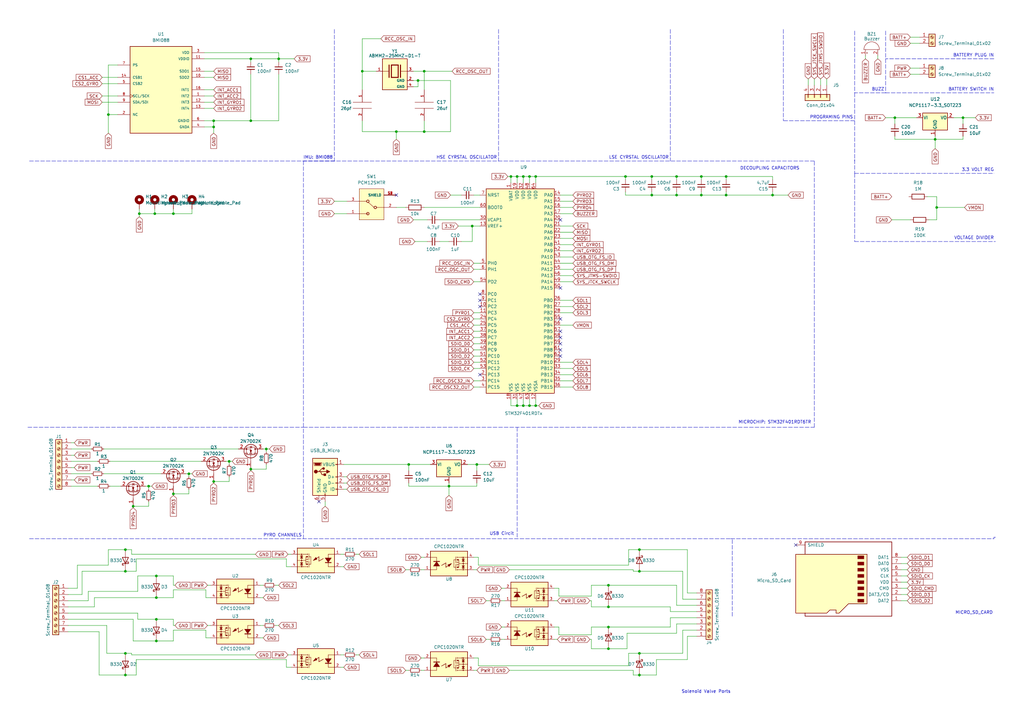
<source format=kicad_sch>
(kicad_sch (version 20211123) (generator eeschema)
  (paper "A3")
  (junction (at 162.56 53.975))
  (junction (at 287.655 72.39))
  (junction (at 394.97 48.26))
  (junction (at 173.99 53.975))
  (junction (at 51.435 234.315))
  (junction (at 87.63 52.07))
  (junction (at 249.555 248.92))
  (junction (at 249.555 266.065))
  (junction (at 297.815 80.01))
  (junction (at 93.98 189.23))
  (junction (at 173.99 29.21))
  (junction (at 209.55 72.39))
  (junction (at 171.45 33.02))
  (junction (at 114.3 24.13))
  (junction (at 102.87 24.13))
  (junction (at 262.255 276.86))
  (junction (at 87.63 197.485))
  (junction (at 102.87 192.405))
  (junction (at 64.135 262.89))
  (junction (at 44.45 46.99))
  (junction (at 217.17 166.37))
  (junction (at 64.135 245.11))
  (junction (at 316.865 80.01))
  (junction (at 212.09 72.39))
  (junction (at 267.335 80.01))
  (junction (at 167.64 190.5))
  (junction (at 212.09 166.37))
  (junction (at 384.175 85.09))
  (junction (at 51.435 276.86))
  (junction (at 214.63 72.39))
  (junction (at 51.435 225.425))
  (junction (at 219.71 166.37))
  (junction (at 102.87 49.53))
  (junction (at 184.15 199.39))
  (junction (at 262.255 225.425))
  (junction (at 219.71 72.39))
  (junction (at 267.335 72.39))
  (junction (at 60.96 199.39))
  (junction (at 262.255 234.315))
  (junction (at 277.495 72.39))
  (junction (at 77.47 194.31))
  (junction (at 64.135 236.22))
  (junction (at 54.61 207.645))
  (junction (at 277.495 80.01))
  (junction (at 287.655 80.01))
  (junction (at 383.54 57.15))
  (junction (at 193.675 92.71))
  (junction (at 297.815 72.39))
  (junction (at 64.135 254))
  (junction (at 249.555 240.03))
  (junction (at 256.54 72.39))
  (junction (at 249.555 257.175))
  (junction (at 214.63 166.37))
  (junction (at 109.22 184.15))
  (junction (at 367.03 48.26))
  (junction (at 148.59 29.21))
  (junction (at 195.58 190.5))
  (junction (at 63.5 87.63))
  (junction (at 262.255 267.97))
  (junction (at 71.12 87.63))
  (junction (at 71.12 202.565))
  (junction (at 57.15 87.63))
  (junction (at 51.435 267.97))
  (junction (at 87.63 49.53))
  (junction (at 217.17 72.39))
  (no_connect (at 229.87 118.11))
  (no_connect (at 229.87 146.05))
  (no_connect (at 196.85 123.19))
  (no_connect (at 196.85 153.67))
  (no_connect (at 229.87 130.81))
  (no_connect (at 130.81 205.74))
  (no_connect (at 196.85 125.73))
  (no_connect (at 229.87 140.97))
  (no_connect (at 229.87 143.51))
  (no_connect (at 196.85 120.65))
  (no_connect (at 229.87 138.43))
  (no_connect (at 162.56 80.01))
  (no_connect (at 326.39 223.52))
  (no_connect (at 229.87 135.89))
  (no_connect (at 229.87 90.17))
  (wire (pts (xy 287.655 78.74) (xy 287.655 80.01)))
  (wire (pts (xy 257.81 273.05) (xy 257.81 267.97)))
  (wire (pts (xy 114.3 24.13) (xy 114.3 25.4)))
  (wire (pts (xy 229.235 244.475) (xy 242.57 244.475)))
  (wire (pts (xy 71.12 256.54) (xy 71.12 254)))
  (wire (pts (xy 57.15 85.725) (xy 57.15 87.63)))
  (wire (pts (xy 262.255 267.97) (xy 262.255 268.605)))
  (wire (pts (xy 167.64 198.12) (xy 167.64 199.39)))
  (wire (pts (xy 171.45 33.02) (xy 171.45 35.56)))
  (wire (pts (xy 57.15 87.63) (xy 57.15 88.9)))
  (wire (pts (xy 109.22 192.405) (xy 109.22 190.5)))
  (wire (pts (xy 44.45 225.425) (xy 51.435 225.425)))
  (wire (pts (xy 229.87 133.35) (xy 234.95 133.35)))
  (wire (pts (xy 249.555 240.03) (xy 242.57 240.03)))
  (wire (pts (xy 274.955 250.825) (xy 274.955 248.92)))
  (wire (pts (xy 194.31 156.21) (xy 196.85 156.21)))
  (wire (pts (xy 196.85 90.17) (xy 180.34 90.17)))
  (wire (pts (xy 207.01 262.255) (xy 205.74 262.255)))
  (wire (pts (xy 242.57 246.38) (xy 242.57 248.92)))
  (wire (pts (xy 194.31 80.01) (xy 196.85 80.01)))
  (wire (pts (xy 242.57 260.35) (xy 242.57 257.175)))
  (polyline (pts (xy 124.46 175.26) (xy 334.01 175.26)))
  (wire (pts (xy 217.17 72.39) (xy 214.63 72.39)))
  (wire (pts (xy 169.545 29.21) (xy 173.99 29.21)))
  (wire (pts (xy 285.75 250.825) (xy 274.955 250.825)))
  (wire (pts (xy 184.15 199.39) (xy 195.58 199.39)))
  (wire (pts (xy 195.58 233.68) (xy 194.31 233.68)))
  (wire (pts (xy 196.215 273.05) (xy 257.81 273.05)))
  (wire (pts (xy 195.58 274.955) (xy 194.31 274.955)))
  (wire (pts (xy 148.59 36.83) (xy 148.59 29.21)))
  (wire (pts (xy 171.45 33.02) (xy 184.785 33.02)))
  (wire (pts (xy 27.94 259.08) (xy 40.64 259.08)))
  (wire (pts (xy 77.47 194.31) (xy 78.74 194.31)))
  (wire (pts (xy 56.515 236.22) (xy 64.135 236.22)))
  (wire (pts (xy 229.235 260.35) (xy 242.57 260.35)))
  (polyline (pts (xy 212.09 175.26) (xy 212.09 220.98)))
  (wire (pts (xy 113.03 256.54) (xy 114.3 256.54)))
  (wire (pts (xy 196.215 228.6) (xy 196.215 231.775)))
  (wire (pts (xy 71.12 254) (xy 64.135 254)))
  (wire (pts (xy 171.45 35.56) (xy 169.545 35.56)))
  (polyline (pts (xy 407.67 24.13) (xy 363.22 24.13)))
  (wire (pts (xy 43.815 256.54) (xy 43.815 267.97)))
  (wire (pts (xy 54.61 207.645) (xy 60.96 207.645)))
  (wire (pts (xy 140.97 200.66) (xy 142.24 200.66)))
  (wire (pts (xy 102.87 30.48) (xy 102.87 49.53)))
  (wire (pts (xy 384.175 80.645) (xy 384.175 85.09)))
  (wire (pts (xy 29.21 181.61) (xy 30.48 181.61)))
  (wire (pts (xy 102.87 25.4) (xy 102.87 24.13)))
  (wire (pts (xy 194.31 128.27) (xy 196.85 128.27)))
  (wire (pts (xy 146.05 227.33) (xy 147.32 227.33)))
  (wire (pts (xy 287.655 72.39) (xy 297.815 72.39)))
  (wire (pts (xy 31.75 241.3) (xy 31.75 231.775)))
  (wire (pts (xy 316.865 80.01) (xy 323.215 80.01)))
  (wire (pts (xy 148.59 15.875) (xy 156.21 15.875)))
  (wire (pts (xy 107.95 184.15) (xy 109.22 184.15)))
  (wire (pts (xy 229.87 113.03) (xy 234.95 113.03)))
  (wire (pts (xy 249.555 240.03) (xy 249.555 240.665)))
  (wire (pts (xy 60.96 199.39) (xy 60.96 200.66)))
  (wire (pts (xy 281.94 243.205) (xy 281.94 225.425)))
  (wire (pts (xy 33.655 243.84) (xy 33.655 234.315)))
  (wire (pts (xy 367.03 57.15) (xy 383.54 57.15)))
  (wire (pts (xy 336.55 32.385) (xy 336.55 34.925)))
  (wire (pts (xy 229.235 241.3) (xy 229.235 244.475)))
  (wire (pts (xy 117.475 229.235) (xy 55.88 229.235)))
  (wire (pts (xy 267.335 78.74) (xy 267.335 80.01)))
  (wire (pts (xy 241.935 262.255) (xy 242.57 262.255)))
  (wire (pts (xy 83.82 31.75) (xy 87.63 31.75)))
  (wire (pts (xy 54.61 262.89) (xy 64.135 262.89)))
  (wire (pts (xy 173.99 269.875) (xy 172.72 269.875)))
  (wire (pts (xy 256.54 78.74) (xy 256.54 80.01)))
  (wire (pts (xy 29.21 199.39) (xy 40.005 199.39)))
  (wire (pts (xy 53.975 225.425) (xy 51.435 225.425)))
  (wire (pts (xy 195.58 198.12) (xy 195.58 199.39)))
  (wire (pts (xy 256.54 80.01) (xy 267.335 80.01)))
  (wire (pts (xy 56.515 242.57) (xy 56.515 236.22)))
  (polyline (pts (xy 12.065 220.98) (xy 300.355 220.98)))
  (wire (pts (xy 196.215 269.875) (xy 196.215 273.05)))
  (wire (pts (xy 259.715 234.315) (xy 262.255 234.315)))
  (wire (pts (xy 277.495 248.285) (xy 277.495 240.03)))
  (wire (pts (xy 229.87 156.21) (xy 234.95 156.21)))
  (wire (pts (xy 41.91 31.75) (xy 48.26 31.75)))
  (wire (pts (xy 280.035 245.745) (xy 280.035 234.315)))
  (wire (pts (xy 369.57 233.68) (xy 372.11 233.68)))
  (wire (pts (xy 71.12 240.03) (xy 71.12 236.22)))
  (wire (pts (xy 194.31 135.89) (xy 196.85 135.89)))
  (wire (pts (xy 167.64 274.955) (xy 166.37 274.955)))
  (wire (pts (xy 354.965 22.86) (xy 354.965 24.13)))
  (wire (pts (xy 48.26 46.99) (xy 44.45 46.99)))
  (wire (pts (xy 267.335 72.39) (xy 277.495 72.39)))
  (wire (pts (xy 208.915 274.955) (xy 259.715 274.955)))
  (wire (pts (xy 45.085 199.39) (xy 49.53 199.39)))
  (wire (pts (xy 277.495 255.905) (xy 277.495 259.715)))
  (wire (pts (xy 287.655 72.39) (xy 287.655 73.66)))
  (wire (pts (xy 87.63 49.53) (xy 87.63 52.07)))
  (wire (pts (xy 297.815 72.39) (xy 297.815 73.66)))
  (wire (pts (xy 269.24 270.51) (xy 269.24 276.86)))
  (wire (pts (xy 262.255 234.315) (xy 262.255 233.68)))
  (wire (pts (xy 51.435 276.86) (xy 55.88 276.86)))
  (wire (pts (xy 195.58 190.5) (xy 200.66 190.5)))
  (wire (pts (xy 78.74 85.725) (xy 78.74 87.63)))
  (polyline (pts (xy 299.72 220.98) (xy 407.67 220.98)))
  (wire (pts (xy 189.23 99.06) (xy 193.675 99.06)))
  (wire (pts (xy 281.94 270.51) (xy 269.24 270.51)))
  (wire (pts (xy 83.82 44.45) (xy 87.63 44.45)))
  (wire (pts (xy 55.88 229.235) (xy 55.88 234.315)))
  (wire (pts (xy 109.22 184.15) (xy 110.49 184.15)))
  (wire (pts (xy 84.455 258.445) (xy 71.12 258.445)))
  (polyline (pts (xy 124.46 66.04) (xy 124.46 175.26)))
  (wire (pts (xy 280.035 234.315) (xy 262.255 234.315)))
  (wire (pts (xy 369.57 236.22) (xy 372.11 236.22)))
  (polyline (pts (xy 350.52 38.1) (xy 350.52 71.12)))
  (wire (pts (xy 71.12 241.935) (xy 71.12 245.11)))
  (wire (pts (xy 229.87 82.55) (xy 234.95 82.55)))
  (wire (pts (xy 169.545 33.02) (xy 171.45 33.02)))
  (wire (pts (xy 139.7 273.685) (xy 140.97 273.685)))
  (wire (pts (xy 365.76 90.17) (xy 373.38 90.17)))
  (wire (pts (xy 191.77 190.5) (xy 195.58 190.5)))
  (wire (pts (xy 83.82 52.07) (xy 87.63 52.07)))
  (wire (pts (xy 42.545 194.31) (xy 66.04 194.31)))
  (wire (pts (xy 173.99 233.68) (xy 172.72 233.68)))
  (polyline (pts (xy 321.31 12.065) (xy 321.31 49.53)))
  (wire (pts (xy 184.15 199.39) (xy 184.15 203.2)))
  (polyline (pts (xy 363.22 38.1) (xy 407.67 38.1)))
  (wire (pts (xy 148.59 49.53) (xy 148.59 53.975)))
  (wire (pts (xy 229.87 128.27) (xy 234.95 128.27)))
  (wire (pts (xy 227.33 241.3) (xy 229.235 241.3)))
  (wire (pts (xy 64.135 245.11) (xy 71.12 245.11)))
  (polyline (pts (xy 350.52 99.06) (xy 408.305 99.06)))
  (wire (pts (xy 167.64 233.68) (xy 166.37 233.68)))
  (wire (pts (xy 214.63 74.93) (xy 214.63 72.39)))
  (wire (pts (xy 229.87 151.13) (xy 234.95 151.13)))
  (wire (pts (xy 285.75 255.905) (xy 277.495 255.905)))
  (wire (pts (xy 64.135 262.89) (xy 71.12 262.89)))
  (wire (pts (xy 249.555 257.175) (xy 242.57 257.175)))
  (wire (pts (xy 51.435 225.425) (xy 51.435 226.06)))
  (wire (pts (xy 93.98 189.23) (xy 95.25 189.23)))
  (wire (pts (xy 207.01 241.3) (xy 205.74 241.3)))
  (wire (pts (xy 262.255 276.86) (xy 262.255 276.225)))
  (wire (pts (xy 373.38 15.24) (xy 377.19 15.24)))
  (wire (pts (xy 194.31 107.95) (xy 196.85 107.95)))
  (wire (pts (xy 87.63 52.07) (xy 87.63 54.61)))
  (wire (pts (xy 194.31 269.875) (xy 196.215 269.875)))
  (wire (pts (xy 217.17 166.37) (xy 219.71 166.37)))
  (wire (pts (xy 38.735 248.92) (xy 38.735 245.11)))
  (wire (pts (xy 219.71 72.39) (xy 256.54 72.39)))
  (wire (pts (xy 242.57 244.475) (xy 242.57 240.03)))
  (wire (pts (xy 316.865 73.66) (xy 316.865 72.39)))
  (polyline (pts (xy 350.52 71.12) (xy 407.67 71.12)))
  (wire (pts (xy 51.435 234.315) (xy 51.435 233.68)))
  (wire (pts (xy 384.175 90.17) (xy 384.175 85.09)))
  (wire (pts (xy 83.82 29.21) (xy 87.63 29.21)))
  (wire (pts (xy 277.495 80.01) (xy 287.655 80.01)))
  (wire (pts (xy 140.97 198.12) (xy 142.24 198.12)))
  (wire (pts (xy 229.87 97.79) (xy 234.95 97.79)))
  (wire (pts (xy 102.87 191.77) (xy 102.87 192.405)))
  (wire (pts (xy 373.38 17.78) (xy 377.19 17.78)))
  (wire (pts (xy 173.99 274.955) (xy 172.72 274.955)))
  (wire (pts (xy 194.31 158.75) (xy 196.85 158.75)))
  (wire (pts (xy 207.01 257.175) (xy 205.74 257.175)))
  (wire (pts (xy 133.35 205.74) (xy 133.35 207.645)))
  (wire (pts (xy 280.035 258.445) (xy 280.035 267.97)))
  (wire (pts (xy 209.55 166.37) (xy 212.09 166.37)))
  (wire (pts (xy 194.31 110.49) (xy 196.85 110.49)))
  (wire (pts (xy 285.75 260.985) (xy 281.94 260.985)))
  (wire (pts (xy 41.91 41.91) (xy 48.26 41.91)))
  (wire (pts (xy 196.215 231.775) (xy 257.81 231.775)))
  (wire (pts (xy 41.91 34.29) (xy 48.26 34.29)))
  (wire (pts (xy 77.47 202.565) (xy 77.47 200.66)))
  (wire (pts (xy 249.555 248.92) (xy 249.555 248.285)))
  (wire (pts (xy 64.135 236.22) (xy 64.135 236.855)))
  (wire (pts (xy 257.81 267.97) (xy 262.255 267.97)))
  (wire (pts (xy 369.57 238.76) (xy 372.11 238.76)))
  (wire (pts (xy 277.495 78.74) (xy 277.495 80.01)))
  (wire (pts (xy 59.69 199.39) (xy 60.96 199.39)))
  (wire (pts (xy 212.09 166.37) (xy 214.63 166.37)))
  (wire (pts (xy 170.18 99.06) (xy 175.26 99.06)))
  (wire (pts (xy 56.515 251.46) (xy 56.515 254)))
  (wire (pts (xy 297.815 78.74) (xy 297.815 80.01)))
  (wire (pts (xy 281.94 260.985) (xy 281.94 270.51)))
  (wire (pts (xy 78.74 87.63) (xy 71.12 87.63)))
  (wire (pts (xy 257.175 259.715) (xy 257.175 266.065)))
  (wire (pts (xy 394.97 48.26) (xy 394.97 50.8)))
  (wire (pts (xy 114.3 49.53) (xy 114.3 30.48)))
  (wire (pts (xy 194.31 138.43) (xy 196.85 138.43)))
  (wire (pts (xy 60.96 199.39) (xy 62.23 199.39)))
  (wire (pts (xy 85.09 256.54) (xy 86.36 256.54)))
  (wire (pts (xy 369.57 241.3) (xy 372.11 241.3)))
  (wire (pts (xy 229.87 87.63) (xy 234.95 87.63)))
  (wire (pts (xy 64.135 245.11) (xy 64.135 244.475)))
  (wire (pts (xy 195.58 190.5) (xy 195.58 193.04)))
  (wire (pts (xy 241.935 246.38) (xy 242.57 246.38)))
  (wire (pts (xy 369.57 246.38) (xy 372.11 246.38)))
  (wire (pts (xy 219.71 74.93) (xy 219.71 72.39)))
  (wire (pts (xy 277.495 259.715) (xy 257.175 259.715)))
  (wire (pts (xy 249.555 240.03) (xy 277.495 240.03)))
  (wire (pts (xy 229.87 105.41) (xy 234.95 105.41)))
  (wire (pts (xy 84.455 241.935) (xy 71.12 241.935)))
  (polyline (pts (xy 363.22 38.1) (xy 350.52 38.1)))
  (wire (pts (xy 102.87 24.13) (xy 114.3 24.13)))
  (polyline (pts (xy 11.43 175.26) (xy 124.46 175.26)))
  (wire (pts (xy 140.97 195.58) (xy 142.24 195.58)))
  (wire (pts (xy 229.87 110.49) (xy 234.95 110.49)))
  (wire (pts (xy 274.955 253.365) (xy 274.955 257.175)))
  (wire (pts (xy 360.045 22.86) (xy 360.045 24.13)))
  (wire (pts (xy 139.7 232.41) (xy 140.97 232.41)))
  (wire (pts (xy 367.03 48.26) (xy 367.03 50.8)))
  (wire (pts (xy 285.75 248.285) (xy 277.495 248.285)))
  (wire (pts (xy 214.63 163.83) (xy 214.63 166.37)))
  (wire (pts (xy 297.815 80.01) (xy 316.865 80.01)))
  (wire (pts (xy 27.94 256.54) (xy 43.815 256.54)))
  (wire (pts (xy 193.675 99.06) (xy 193.675 92.71)))
  (wire (pts (xy 54.61 254) (xy 54.61 262.89)))
  (wire (pts (xy 44.45 26.67) (xy 44.45 46.99)))
  (wire (pts (xy 83.82 49.53) (xy 87.63 49.53)))
  (wire (pts (xy 71.12 258.445) (xy 71.12 262.89)))
  (wire (pts (xy 104.775 227.33) (xy 53.975 227.33)))
  (polyline (pts (xy 12.065 66.04) (xy 137.16 66.04)))
  (wire (pts (xy 117.475 273.685) (xy 117.475 270.51)))
  (wire (pts (xy 194.31 140.97) (xy 196.85 140.97)))
  (wire (pts (xy 117.475 232.41) (xy 117.475 229.235)))
  (wire (pts (xy 106.68 256.54) (xy 107.95 256.54)))
  (wire (pts (xy 140.97 190.5) (xy 167.64 190.5)))
  (wire (pts (xy 394.97 48.26) (xy 400.05 48.26)))
  (wire (pts (xy 44.45 46.99) (xy 44.45 54.61)))
  (wire (pts (xy 118.11 227.33) (xy 119.38 227.33)))
  (wire (pts (xy 64.135 262.89) (xy 64.135 262.255)))
  (wire (pts (xy 200.66 262.255) (xy 199.39 262.255)))
  (wire (pts (xy 229.87 102.87) (xy 234.95 102.87)))
  (wire (pts (xy 257.81 225.425) (xy 262.255 225.425)))
  (wire (pts (xy 369.57 228.6) (xy 372.11 228.6)))
  (wire (pts (xy 113.03 240.03) (xy 114.3 240.03)))
  (wire (pts (xy 27.94 251.46) (xy 56.515 251.46)))
  (wire (pts (xy 229.87 123.19) (xy 234.95 123.19)))
  (wire (pts (xy 208.915 233.68) (xy 259.715 233.68)))
  (polyline (pts (xy 274.955 12.065) (xy 274.955 66.04)))
  (wire (pts (xy 119.38 273.685) (xy 117.475 273.685)))
  (wire (pts (xy 229.87 158.75) (xy 234.95 158.75)))
  (wire (pts (xy 102.87 192.405) (xy 102.87 193.04)))
  (wire (pts (xy 104.775 268.605) (xy 53.975 268.605)))
  (wire (pts (xy 285.75 253.365) (xy 274.955 253.365)))
  (wire (pts (xy 86.36 261.62) (xy 84.455 261.62)))
  (wire (pts (xy 297.815 72.39) (xy 316.865 72.39)))
  (polyline (pts (xy 334.01 66.04) (xy 124.46 66.04)))
  (wire (pts (xy 394.97 55.88) (xy 394.97 57.15)))
  (wire (pts (xy 217.17 163.83) (xy 217.17 166.37)))
  (wire (pts (xy 228.6 246.38) (xy 227.33 246.38)))
  (wire (pts (xy 173.99 29.21) (xy 185.42 29.21)))
  (wire (pts (xy 277.495 72.39) (xy 287.655 72.39)))
  (polyline (pts (xy 350.52 71.12) (xy 350.52 99.06)))
  (wire (pts (xy 212.09 163.83) (xy 212.09 166.37)))
  (wire (pts (xy 212.09 74.93) (xy 212.09 72.39)))
  (wire (pts (xy 212.09 72.39) (xy 209.55 72.39)))
  (wire (pts (xy 207.01 246.38) (xy 205.74 246.38)))
  (wire (pts (xy 194.31 151.13) (xy 196.85 151.13)))
  (wire (pts (xy 262.255 225.425) (xy 262.255 226.06)))
  (wire (pts (xy 29.21 184.15) (xy 37.465 184.15)))
  (wire (pts (xy 71.12 236.22) (xy 64.135 236.22)))
  (wire (pts (xy 256.54 73.66) (xy 256.54 72.39)))
  (wire (pts (xy 367.03 48.26) (xy 375.92 48.26)))
  (wire (pts (xy 209.55 72.39) (xy 209.55 74.93)))
  (wire (pts (xy 27.94 246.38) (xy 36.195 246.38)))
  (wire (pts (xy 219.71 166.37) (xy 220.98 166.37)))
  (wire (pts (xy 38.735 245.11) (xy 64.135 245.11)))
  (wire (pts (xy 137.16 82.55) (xy 142.24 82.55)))
  (polyline (pts (xy 407.67 220.98) (xy 407.67 220.345)))
  (wire (pts (xy 40.64 276.86) (xy 51.435 276.86)))
  (wire (pts (xy 242.57 266.065) (xy 249.555 266.065)))
  (wire (pts (xy 102.87 49.53) (xy 114.3 49.53)))
  (wire (pts (xy 29.21 196.85) (xy 30.48 196.85)))
  (wire (pts (xy 267.335 72.39) (xy 267.335 73.66)))
  (wire (pts (xy 383.54 57.15) (xy 394.97 57.15)))
  (wire (pts (xy 106.68 240.03) (xy 107.95 240.03)))
  (polyline (pts (xy 124.46 220.98) (xy 124.46 175.26)))
  (wire (pts (xy 316.865 78.74) (xy 316.865 80.01)))
  (wire (pts (xy 71.12 201.93) (xy 71.12 202.565)))
  (wire (pts (xy 71.755 256.54) (xy 71.12 256.54)))
  (wire (pts (xy 53.975 268.605) (xy 53.975 267.97)))
  (wire (pts (xy 339.09 32.385) (xy 339.09 34.925)))
  (wire (pts (xy 87.63 196.85) (xy 87.63 197.485)))
  (wire (pts (xy 71.12 85.725) (xy 71.12 87.63)))
  (wire (pts (xy 383.54 57.15) (xy 383.54 60.96)))
  (wire (pts (xy 363.22 48.26) (xy 367.03 48.26)))
  (wire (pts (xy 184.15 198.12) (xy 184.15 199.39)))
  (wire (pts (xy 162.56 85.09) (xy 166.37 85.09)))
  (wire (pts (xy 83.82 21.59) (xy 114.3 21.59)))
  (wire (pts (xy 229.87 85.09) (xy 234.95 85.09)))
  (wire (pts (xy 194.31 133.35) (xy 196.85 133.35)))
  (wire (pts (xy 194.31 130.81) (xy 196.85 130.81)))
  (wire (pts (xy 373.38 27.94) (xy 377.19 27.94)))
  (polyline (pts (xy 350.52 49.53) (xy 321.31 49.53)))
  (polyline (pts (xy 350.52 66.04) (xy 350.52 65.405)))
  (wire (pts (xy 41.91 39.37) (xy 48.26 39.37)))
  (wire (pts (xy 249.555 266.065) (xy 249.555 265.43)))
  (wire (pts (xy 229.87 100.33) (xy 234.95 100.33)))
  (wire (pts (xy 71.12 202.565) (xy 71.12 203.2)))
  (wire (pts (xy 257.81 231.775) (xy 257.81 225.425)))
  (wire (pts (xy 391.16 48.26) (xy 394.97 48.26)))
  (wire (pts (xy 214.63 166.37) (xy 217.17 166.37)))
  (wire (pts (xy 259.715 274.955) (xy 259.715 276.86)))
  (wire (pts (xy 380.365 80.645) (xy 384.175 80.645)))
  (wire (pts (xy 269.24 276.86) (xy 262.255 276.86)))
  (wire (pts (xy 217.17 74.93) (xy 217.17 72.39)))
  (wire (pts (xy 280.035 267.97) (xy 262.255 267.97)))
  (wire (pts (xy 208.28 72.39) (xy 209.55 72.39)))
  (wire (pts (xy 229.87 115.57) (xy 234.95 115.57)))
  (wire (pts (xy 63.5 87.63) (xy 57.15 87.63)))
  (wire (pts (xy 139.7 227.33) (xy 140.97 227.33)))
  (wire (pts (xy 259.715 233.68) (xy 259.715 234.315)))
  (wire (pts (xy 229.87 125.73) (xy 234.95 125.73)))
  (wire (pts (xy 259.715 276.86) (xy 262.255 276.86)))
  (wire (pts (xy 51.435 276.86) (xy 51.435 276.225)))
  (wire (pts (xy 86.36 245.11) (xy 84.455 245.11)))
  (wire (pts (xy 29.21 189.23) (xy 40.005 189.23)))
  (polyline (pts (xy 407.67 220.345) (xy 408.305 220.345)))
  (wire (pts (xy 27.94 248.92) (xy 38.735 248.92)))
  (wire (pts (xy 48.26 26.67) (xy 44.45 26.67)))
  (wire (pts (xy 184.785 80.01) (xy 189.23 80.01)))
  (wire (pts (xy 109.22 184.15) (xy 109.22 185.42)))
  (wire (pts (xy 45.085 189.23) (xy 82.55 189.23)))
  (wire (pts (xy 93.98 197.485) (xy 93.98 195.58)))
  (wire (pts (xy 285.75 258.445) (xy 280.035 258.445)))
  (wire (pts (xy 53.975 227.33) (xy 53.975 225.425)))
  (wire (pts (xy 93.98 189.23) (xy 93.98 190.5)))
  (wire (pts (xy 53.975 267.97) (xy 51.435 267.97)))
  (wire (pts (xy 267.335 80.01) (xy 277.495 80.01)))
  (wire (pts (xy 148.59 29.21) (xy 148.59 15.875)))
  (wire (pts (xy 262.255 277.495) (xy 262.255 276.86)))
  (wire (pts (xy 229.87 148.59) (xy 234.95 148.59)))
  (wire (pts (xy 242.57 248.92) (xy 249.555 248.92)))
  (wire (pts (xy 249.555 257.175) (xy 249.555 257.81)))
  (wire (pts (xy 229.87 95.25) (xy 234.95 95.25)))
  (wire (pts (xy 228.6 262.255) (xy 227.33 262.255)))
  (polyline (pts (xy 334.01 175.26) (xy 334.01 66.04)))
  (wire (pts (xy 162.56 53.975) (xy 173.99 53.975)))
  (wire (pts (xy 55.88 234.315) (xy 51.435 234.315)))
  (wire (pts (xy 71.12 87.63) (xy 63.5 87.63)))
  (wire (pts (xy 119.38 232.41) (xy 117.475 232.41)))
  (wire (pts (xy 173.99 85.09) (xy 196.85 85.09)))
  (polyline (pts (xy 350.52 12.7) (xy 350.52 38.1)))
  (wire (pts (xy 373.38 30.48) (xy 377.19 30.48)))
  (wire (pts (xy 84.455 245.11) (xy 84.455 241.935)))
  (wire (pts (xy 209.55 163.83) (xy 209.55 166.37)))
  (wire (pts (xy 64.135 254) (xy 64.135 254.635)))
  (wire (pts (xy 36.195 246.38) (xy 36.195 242.57)))
  (wire (pts (xy 274.955 257.175) (xy 249.555 257.175)))
  (wire (pts (xy 83.82 41.91) (xy 87.63 41.91)))
  (wire (pts (xy 60.96 207.645) (xy 60.96 205.74)))
  (wire (pts (xy 257.175 266.065) (xy 249.555 266.065)))
  (wire (pts (xy 193.675 92.71) (xy 196.85 92.71)))
  (wire (pts (xy 27.94 241.3) (xy 31.75 241.3)))
  (wire (pts (xy 173.99 53.975) (xy 173.99 49.53)))
  (wire (pts (xy 162.56 53.975) (xy 162.56 57.15)))
  (wire (pts (xy 117.475 270.51) (xy 55.88 270.51)))
  (wire (pts (xy 44.45 231.775) (xy 44.45 225.425)))
  (wire (pts (xy 63.5 85.725) (xy 63.5 87.63)))
  (wire (pts (xy 249.555 248.92) (xy 274.955 248.92)))
  (wire (pts (xy 77.47 194.31) (xy 77.47 195.58)))
  (wire (pts (xy 27.94 243.84) (xy 33.655 243.84)))
  (wire (pts (xy 369.57 231.14) (xy 372.11 231.14)))
  (wire (pts (xy 31.75 231.775) (xy 44.45 231.775)))
  (wire (pts (xy 219.71 72.39) (xy 217.17 72.39)))
  (wire (pts (xy 27.94 254) (xy 54.61 254)))
  (wire (pts (xy 87.63 49.53) (xy 102.87 49.53)))
  (wire (pts (xy 229.87 80.01) (xy 234.95 80.01)))
  (wire (pts (xy 229.235 257.175) (xy 229.235 260.35)))
  (wire (pts (xy 194.31 228.6) (xy 196.215 228.6)))
  (wire (pts (xy 214.63 72.39) (xy 212.09 72.39)))
  (wire (pts (xy 102.87 24.13) (xy 83.82 24.13)))
  (wire (pts (xy 229.87 107.95) (xy 234.95 107.95)))
  (wire (pts (xy 83.82 39.37) (xy 87.63 39.37)))
  (wire (pts (xy 173.99 36.83) (xy 173.99 29.21)))
  (wire (pts (xy 55.88 270.51) (xy 55.88 276.86)))
  (wire (pts (xy 194.31 146.05) (xy 196.85 146.05)))
  (wire (pts (xy 83.82 36.83) (xy 87.63 36.83)))
  (wire (pts (xy 42.545 184.15) (xy 97.79 184.15)))
  (wire (pts (xy 87.63 197.485) (xy 87.63 198.12)))
  (wire (pts (xy 139.7 268.605) (xy 140.97 268.605)))
  (wire (pts (xy 285.75 245.745) (xy 280.035 245.745)))
  (wire (pts (xy 169.545 90.17) (xy 175.26 90.17)))
  (wire (pts (xy 76.2 194.31) (xy 77.47 194.31)))
  (polyline (pts (xy 363.22 12.7) (xy 363.22 38.1)))
  (wire (pts (xy 167.64 199.39) (xy 184.15 199.39)))
  (wire (pts (xy 118.11 268.605) (xy 119.38 268.605)))
  (wire (pts (xy 256.54 72.39) (xy 267.335 72.39)))
  (wire (pts (xy 383.54 55.88) (xy 383.54 57.15)))
  (wire (pts (xy 87.63 197.485) (xy 93.98 197.485)))
  (wire (pts (xy 287.655 80.01) (xy 297.815 80.01)))
  (wire (pts (xy 102.87 192.405) (xy 109.22 192.405)))
  (wire (pts (xy 148.59 29.21) (xy 154.305 29.21)))
  (wire (pts (xy 194.31 143.51) (xy 196.85 143.51)))
  (wire (pts (xy 331.47 32.385) (xy 331.47 34.925)))
  (wire (pts (xy 285.75 243.205) (xy 281.94 243.205)))
  (wire (pts (xy 29.21 186.69) (xy 30.48 186.69)))
  (wire (pts (xy 167.64 190.5) (xy 167.64 193.04)))
  (wire (pts (xy 173.99 228.6) (xy 172.72 228.6)))
  (wire (pts (xy 262.255 225.425) (xy 281.94 225.425)))
  (wire (pts (xy 114.3 24.13) (xy 120.65 24.13)))
  (wire (pts (xy 114.3 21.59) (xy 114.3 24.13)))
  (wire (pts (xy 84.455 261.62) (xy 84.455 258.445)))
  (wire (pts (xy 33.655 234.315) (xy 51.435 234.315)))
  (wire (pts (xy 29.21 194.31) (xy 37.465 194.31)))
  (wire (pts (xy 384.175 85.09) (xy 395.605 85.09)))
  (wire (pts (xy 137.16 87.63) (xy 142.24 87.63)))
  (wire (pts (xy 167.64 190.5) (xy 176.53 190.5)))
  (wire (pts (xy 54.61 207.01) (xy 54.61 207.645)))
  (wire (pts (xy 29.21 191.77) (xy 30.48 191.77)))
  (wire (pts (xy 200.66 246.38) (xy 199.39 246.38)))
  (wire (pts (xy 242.57 262.255) (xy 242.57 266.065)))
  (wire (pts (xy 277.495 72.39) (xy 277.495 73.66)))
  (wire (pts (xy 56.515 254) (xy 64.135 254)))
  (wire (pts (xy 180.34 99.06) (xy 184.15 99.06)))
  (wire (pts (xy 184.785 33.02) (xy 184.785 53.975)))
  (wire (pts (xy 227.33 257.175) (xy 229.235 257.175)))
  (wire (pts (xy 219.71 163.83) (xy 219.71 166.37)))
  (polyline (pts (xy 204.47 12.065) (xy 204.47 66.04)))
  (wire (pts (xy 54.61 207.645) (xy 54.61 208.28)))
  (wire (pts (xy 148.59 53.975) (xy 162.56 53.975)))
  (wire (pts (xy 36.195 242.57) (xy 56.515 242.57)))
  (wire (pts (xy 40.64 259.08) (xy 40.64 276.86)))
  (polyline (pts (xy 137.16 12.065) (xy 137.16 66.04)))
  (polyline (pts (xy 300.355 252.73) (xy 300.355 220.98)))
  (wire (pts (xy 92.71 189.23) (xy 93.98 189.23)))
  (wire (pts (xy 71.12 202.565) (xy 77.47 202.565)))
  (wire (pts (xy 229.87 153.67) (xy 234.95 153.67)))
  (wire (pts (xy 106.68 261.62) (xy 107.95 261.62)))
  (wire (pts (xy 229.87 92.71) (xy 234.95 92.71)))
  (wire (pts (xy 334.01 32.385) (xy 334.01 34.925)))
  (wire (pts (xy 43.815 267.97) (xy 51.435 267.97)))
  (wire (pts (xy 187.96 92.71) (xy 193.675 92.71)))
  (wire (pts (xy 146.05 268.605) (xy 147.32 268.605)))
  (wire (pts (xy 106.68 245.11) (xy 107.95 245.11)))
  (wire (pts (xy 85.09 240.03) (xy 86.36 240.03)))
  (wire (pts (xy 194.31 115.57) (xy 196.85 115.57)))
  (wire (pts (xy 51.435 267.97) (xy 51.435 268.605)))
  (wire (pts (xy 367.03 55.88) (xy 367.03 57.15)))
  (wire (pts (xy 194.31 148.59) (xy 196.85 148.59)))
  (wire (pts (xy 71.755 240.03) (xy 71.12 240.03)))
  (wire (pts (xy 381 90.17) (xy 384.175 90.17)))
  (wire (pts (xy 184.785 53.975) (xy 173.99 53.975)))
  (wire (pts (xy 369.57 243.84) (xy 372.11 243.84)))
  (text "DECOUPLING CAPACITORS " (at 303.53 69.85 0) (effects (font (size 1.27 1.27)) (justify left bottom)))
  (text "IMU: BMI088" (at 136.525 65.405 180) (effects (font (size 1.27 1.27)) (justify right bottom)))
  (text "3.3 VOLT REG" (at 407.67 70.485 180) (effects (font (size 1.27 1.27)) (justify right bottom)))
  (text "HSE CYRSTAL OSCILLATOR" (at 203.835 65.405 180) (effects (font (size 1.27 1.27)) (justify right bottom)))
  (text "PROGRAMING PINS" (at 349.885 48.895 180) (effects (font (size 1.27 1.27)) (justify right bottom)))
  (text "LSE CYRSTAL OSCILLATOR" (at 274.32 65.405 180) (effects (font (size 1.27 1.27)) (justify right bottom)))
  (text "MICRO_SD_CARD" (at 391.795 252.095 0) (effects (font (size 1.27 1.27)) (justify left bottom)))
  (text "MICROCHIP: STM32F401RDT6TR" (at 332.74 173.99 180) (effects (font (size 1.27 1.27)) (justify right bottom)))
  (text "VOLTAGE DIVIDER" (at 407.67 98.425 180) (effects (font (size 1.27 1.27)) (justify right bottom)))
  (text "BATTERY PLUG IN" (at 407.67 23.495 180) (effects (font (size 1.27 1.27)) (justify right bottom)))
  (text "BUZZ" (at 357.505 37.465 0) (effects (font (size 1.27 1.27)) (justify left bottom)))
  (text "Solenoid Valve Ports" (at 299.72 284.48 180) (effects (font (size 1.27 1.27)) (justify right bottom)))
  (text "USB Circit" (at 210.82 219.71 180) (effects (font (size 1.27 1.27)) (justify right bottom)))
  (text "PYRO CHANNELS" (at 123.825 220.345 180) (effects (font (size 1.27 1.27)) (justify right bottom)))
  (text "BATTERY SWITCH IN" (at 407.67 37.465 180) (effects (font (size 1.27 1.27)) (justify right bottom)))
  (global_label "PYRO2" (shape input) (at 234.95 80.01 0) (property "Intersheet References" "${INTERSHEET_REFS}" (effects hide)))
  (global_label "INT_ACC1" (shape input) (at 87.63 36.83 0) (property "Intersheet References" "${INTERSHEET_REFS}" (effects hide)))
  (global_label "INT_GYRO1" (shape input) (at 87.63 41.91 0) (property "Intersheet References" "${INTERSHEET_REFS}" (effects hide)))
  (global_label "GND" (shape input) (at 95.25 189.23 0) (property "Intersheet References" "${INTERSHEET_REFS}" (effects hide)))
  (global_label "3.3V" (shape input) (at 372.11 238.76 0) (property "Intersheet References" "${INTERSHEET_REFS}" (effects hide)))
  (global_label "INT_GYRO2" (shape input) (at 87.63 44.45 0) (property "Intersheet References" "${INTERSHEET_REFS}" (effects hide)))
  (global_label "SOL3" (shape input) (at 114.3 256.54 0) (property "Intersheet References" "${INTERSHEET_REFS}" (effects hide)))
  (global_label "PWR" (shape input) (at 85.09 256.54 180) (property "Intersheet References" "${INTERSHEET_REFS}" (effects hide)))
  (global_label "SDIO_D1" (shape input) (at 372.11 228.6 0) (property "Intersheet References" "${INTERSHEET_REFS}" (effects hide)))
  (global_label "GND" (shape input) (at 87.63 54.61 270) (property "Intersheet References" "${INTERSHEET_REFS}" (effects hide)))
  (global_label "MISO" (shape input) (at 87.63 31.75 0) (property "Intersheet References" "${INTERSHEET_REFS}" (effects hide)))
  (global_label "RCC_OSC_OUT" (shape input) (at 185.42 29.21 0) (property "Intersheet References" "${INTERSHEET_REFS}" (effects hide)))
  (global_label "PWR" (shape input) (at 118.11 268.605 180) (property "Intersheet References" "${INTERSHEET_REFS}" (effects hide)))
  (global_label "GND" (shape input) (at 110.49 184.15 0) (property "Intersheet References" "${INTERSHEET_REFS}" (effects hide)))
  (global_label "SOL8" (shape input) (at 234.95 158.75 0) (property "Intersheet References" "${INTERSHEET_REFS}" (effects hide)))
  (global_label "USB_OTG_FS_DP" (shape input) (at 142.24 195.58 0) (property "Intersheet References" "${INTERSHEET_REFS}" (effects hide)))
  (global_label "MOSI" (shape input) (at 234.95 97.79 0) (property "Intersheet References" "${INTERSHEET_REFS}" (effects hide)))
  (global_label "INT_ACC2" (shape input) (at 194.31 138.43 180) (property "Intersheet References" "${INTERSHEET_REFS}" (effects hide)))
  (global_label "PYRO1" (shape input) (at 194.31 128.27 180) (property "Intersheet References" "${INTERSHEET_REFS}" (effects hide)))
  (global_label "GND" (shape input) (at 57.15 88.9 270) (property "Intersheet References" "${INTERSHEET_REFS}" (effects hide)))
  (global_label "SOL1" (shape input) (at 147.32 227.33 0) (property "Intersheet References" "${INTERSHEET_REFS}" (effects hide)))
  (global_label "PWR" (shape input) (at 30.48 191.77 0) (property "Intersheet References" "${INTERSHEET_REFS}" (effects hide)))
  (global_label "GND" (shape input) (at 140.97 232.41 0) (property "Intersheet References" "${INTERSHEET_REFS}" (effects hide)))
  (global_label "GND" (shape input) (at 365.76 90.17 180) (property "Intersheet References" "${INTERSHEET_REFS}" (effects hide)))
  (global_label "SDIO_D1" (shape input) (at 194.31 143.51 180) (property "Intersheet References" "${INTERSHEET_REFS}" (effects hide)))
  (global_label "PWR" (shape input) (at 118.11 227.33 180) (property "Intersheet References" "${INTERSHEET_REFS}" (effects hide)))
  (global_label "GND" (shape input) (at 241.935 246.38 180) (property "Intersheet References" "${INTERSHEET_REFS}" (effects hide)))
  (global_label "GND" (shape input) (at 78.74 194.31 0) (property "Intersheet References" "${INTERSHEET_REFS}" (effects hide)))
  (global_label "CS1_ACC" (shape input) (at 41.91 31.75 180) (property "Intersheet References" "${INTERSHEET_REFS}" (effects hide)))
  (global_label "GND" (shape input) (at 62.23 199.39 0) (property "Intersheet References" "${INTERSHEET_REFS}" (effects hide)))
  (global_label "GND" (shape input) (at 140.97 273.685 0) (property "Intersheet References" "${INTERSHEET_REFS}" (effects hide)))
  (global_label "GND" (shape input) (at 205.74 241.3 180) (property "Intersheet References" "${INTERSHEET_REFS}" (effects hide)))
  (global_label "GND" (shape input) (at 323.215 80.01 0) (property "Intersheet References" "${INTERSHEET_REFS}" (effects hide)))
  (global_label "SOL5" (shape input) (at 234.95 151.13 0) (property "Intersheet References" "${INTERSHEET_REFS}" (effects hide)))
  (global_label "SOL1" (shape input) (at 234.95 123.19 0) (property "Intersheet References" "${INTERSHEET_REFS}" (effects hide)))
  (global_label "GND" (shape input) (at 107.95 261.62 0) (property "Intersheet References" "${INTERSHEET_REFS}" (effects hide)))
  (global_label "BATT+" (shape input) (at 363.22 48.26 180) (property "Intersheet References" "${INTERSHEET_REFS}" (effects hide)))
  (global_label "GND" (shape input) (at 184.15 203.2 270) (property "Intersheet References" "${INTERSHEET_REFS}" (effects hide)))
  (global_label "GND" (shape input) (at 107.95 245.11 0) (property "Intersheet References" "${INTERSHEET_REFS}" (effects hide)))
  (global_label "3.3V" (shape input) (at 339.09 32.385 90) (property "Intersheet References" "${INTERSHEET_REFS}" (effects hide)))
  (global_label "USB_OTG_FS_DM" (shape input) (at 234.95 107.95 0) (property "Intersheet References" "${INTERSHEET_REFS}" (effects hide)))
  (global_label "SDIO_D2" (shape input) (at 372.11 246.38 0) (property "Intersheet References" "${INTERSHEET_REFS}" (effects hide)))
  (global_label "BUZZER" (shape input) (at 234.95 87.63 0) (property "Intersheet References" "${INTERSHEET_REFS}" (effects hide)))
  (global_label "GND" (shape input) (at 104.775 268.605 0) (property "Intersheet References" "${INTERSHEET_REFS}" (effects hide)))
  (global_label "SOL4" (shape input) (at 234.95 148.59 0) (property "Intersheet References" "${INTERSHEET_REFS}" (effects hide)))
  (global_label "GND" (shape input) (at 172.72 269.875 180) (property "Intersheet References" "${INTERSHEET_REFS}" (effects hide)))
  (global_label "GND" (shape input) (at 372.11 233.68 0) (property "Intersheet References" "${INTERSHEET_REFS}" (effects hide)))
  (global_label "SOL7" (shape input) (at 199.39 246.38 180) (property "Intersheet References" "${INTERSHEET_REFS}" (effects hide)))
  (global_label "PWR" (shape input) (at 228.6 262.255 0) (property "Intersheet References" "${INTERSHEET_REFS}" (effects hide)))
  (global_label "GND" (shape input) (at 71.755 256.54 0) (property "Intersheet References" "${INTERSHEET_REFS}" (effects hide)))
  (global_label "GND" (shape input) (at 373.38 17.78 180) (property "Intersheet References" "${INTERSHEET_REFS}" (effects hide)))
  (global_label "RCC_OSC32_IN" (shape input) (at 194.31 156.21 180) (property "Intersheet References" "${INTERSHEET_REFS}" (effects hide)))
  (global_label "SYS_JTMS-SWDIO" (shape input) (at 336.55 32.385 90) (property "Intersheet References" "${INTERSHEET_REFS}" (effects hide)))
  (global_label "GND" (shape input) (at 331.47 32.385 90) (property "Intersheet References" "${INTERSHEET_REFS}" (effects hide)))
  (global_label "PWR" (shape input) (at 373.38 27.94 180) (property "Intersheet References" "${INTERSHEET_REFS}" (effects hide)))
  (global_label "SOL7" (shape input) (at 234.95 156.21 0) (property "Intersheet References" "${INTERSHEET_REFS}" (effects hide)))
  (global_label "SCK" (shape input) (at 234.95 92.71 0) (property "Intersheet References" "${INTERSHEET_REFS}" (effects hide)))
  (global_label "GND" (shape input) (at 71.755 240.03 0) (property "Intersheet References" "${INTERSHEET_REFS}" (effects hide)))
  (global_label "GND" (shape input) (at 205.74 257.175 180) (property "Intersheet References" "${INTERSHEET_REFS}" (effects hide)))
  (global_label "SOL6" (shape input) (at 234.95 153.67 0) (property "Intersheet References" "${INTERSHEET_REFS}" (effects hide)))
  (global_label "PWR" (shape input) (at 30.48 181.61 0) (property "Intersheet References" "${INTERSHEET_REFS}" (effects hide)))
  (global_label "BUZZER" (shape input) (at 354.965 24.13 270) (property "Intersheet References" "${INTERSHEET_REFS}" (effects hide)))
  (global_label "SDIO_CMD" (shape input) (at 372.11 241.3 0) (property "Intersheet References" "${INTERSHEET_REFS}" (effects hide)))
  (global_label "GND" (shape input) (at 104.775 227.33 0) (property "Intersheet References" "${INTERSHEET_REFS}" (effects hide)))
  (global_label "GND" (shape input) (at 172.72 228.6 180) (property "Intersheet References" "${INTERSHEET_REFS}" (effects hide)))
  (global_label "3.3V" (shape input) (at 137.16 82.55 180) (property "Intersheet References" "${INTERSHEET_REFS}" (effects hide)))
  (global_label "3.3V" (shape input) (at 120.65 24.13 0) (property "Intersheet References" "${INTERSHEET_REFS}" (effects hide)))
  (global_label "SDIO_D2" (shape input) (at 194.31 146.05 180) (property "Intersheet References" "${INTERSHEET_REFS}" (effects hide)))
  (global_label "VMON" (shape input) (at 395.605 85.09 0) (property "Intersheet References" "${INTERSHEET_REFS}" (effects hide)))
  (global_label "SOL3" (shape input) (at 234.95 128.27 0) (property "Intersheet References" "${INTERSHEET_REFS}" (effects hide)))
  (global_label "GND" (shape input) (at 133.35 207.645 270) (property "Intersheet References" "${INTERSHEET_REFS}" (effects hide)))
  (global_label "USB_OTG_FS_DP" (shape input) (at 234.95 110.49 0) (property "Intersheet References" "${INTERSHEET_REFS}" (effects hide)))
  (global_label "USB_OTG_FS_ID" (shape input) (at 234.95 105.41 0) (property "Intersheet References" "${INTERSHEET_REFS}" (effects hide)))
  (global_label "MOSI" (shape input) (at 41.91 41.91 180) (property "Intersheet References" "${INTERSHEET_REFS}" (effects hide)))
  (global_label "SYS_JTMS-SWDIO" (shape input) (at 234.95 113.03 0) (property "Intersheet References" "${INTERSHEET_REFS}" (effects hide)))
  (global_label "3.3V" (shape input) (at 187.96 92.71 180) (property "Intersheet References" "${INTERSHEET_REFS}" (effects hide)))
  (global_label "3.3V" (shape input) (at 200.66 190.5 0) (property "Intersheet References" "${INTERSHEET_REFS}" (effects hide)))
  (global_label "SDIO_CK" (shape input) (at 194.31 151.13 180) (property "Intersheet References" "${INTERSHEET_REFS}" (effects hide)))
  (global_label "GND" (shape input) (at 169.545 90.17 180) (property "Intersheet References" "${INTERSHEET_REFS}" (effects hide)))
  (global_label "INT_ACC2" (shape input) (at 87.63 39.37 0) (property "Intersheet References" "${INTERSHEET_REFS}" (effects hide)))
  (global_label "GND" (shape input) (at 360.045 24.13 270) (property "Intersheet References" "${INTERSHEET_REFS}" (effects hide)))
  (global_label "SOL4" (shape input) (at 147.32 268.605 0) (property "Intersheet References" "${INTERSHEET_REFS}" (effects hide)))
  (global_label "PWR" (shape input) (at 195.58 274.955 0) (property "Intersheet References" "${INTERSHEET_REFS}" (effects hide)))
  (global_label "GND" (shape input) (at 241.935 262.255 180) (property "Intersheet References" "${INTERSHEET_REFS}" (effects hide)))
  (global_label "GND" (shape input) (at 208.915 233.68 180) (property "Intersheet References" "${INTERSHEET_REFS}" (effects hide)))
  (global_label "GND" (shape input) (at 170.18 99.06 180) (property "Intersheet References" "${INTERSHEET_REFS}" (effects hide)))
  (global_label "3.3V" (shape input) (at 400.05 48.26 0) (property "Intersheet References" "${INTERSHEET_REFS}" (effects hide)))
  (global_label "GND" (shape input) (at 162.56 57.15 270) (property "Intersheet References" "${INTERSHEET_REFS}" (effects hide)))
  (global_label "PYRO2" (shape input) (at 87.63 198.12 270) (property "Intersheet References" "${INTERSHEET_REFS}" (effects hide)))
  (global_label "SDIO_D0" (shape input) (at 194.31 140.97 180) (property "Intersheet References" "${INTERSHEET_REFS}" (effects hide)))
  (global_label "BATT+" (shape input) (at 373.38 30.48 180) (property "Intersheet References" "${INTERSHEET_REFS}" (effects hide)))
  (global_label "SOL2" (shape input) (at 234.95 125.73 0) (property "Intersheet References" "${INTERSHEET_REFS}" (effects hide)))
  (global_label "PWR" (shape input) (at 228.6 246.38 0) (property "Intersheet References" "${INTERSHEET_REFS}" (effects hide)))
  (global_label "SOL5" (shape input) (at 166.37 274.955 180) (property "Intersheet References" "${INTERSHEET_REFS}" (effects hide)))
  (global_label "PWR" (shape input) (at 30.48 196.85 0) (property "Intersheet References" "${INTERSHEET_REFS}" (effects hide)))
  (global_label "SDIO_D3" (shape input) (at 372.11 243.84 0) (property "Intersheet References" "${INTERSHEET_REFS}" (effects hide)))
  (global_label "SDIO_D0" (shape input) (at 372.11 231.14 0) (property "Intersheet References" "${INTERSHEET_REFS}" (effects hide)))
  (global_label "PYRO1" (shape input) (at 102.87 193.04 270) (property "Intersheet References" "${INTERSHEET_REFS}" (effects hide)))
  (global_label "PYRO3" (shape input) (at 234.95 82.55 0) (property "Intersheet References" "${INTERSHEET_REFS}" (effects hide)))
  (global_label "GND" (shape input) (at 137.16 87.63 180) (property "Intersheet References" "${INTERSHEET_REFS}" (effects hide)))
  (global_label "GND" (shape input) (at 220.98 166.37 0) (property "Intersheet References" "${INTERSHEET_REFS}" (effects hide)))
  (global_label "CS1_ACC" (shape input) (at 194.31 133.35 180) (property "Intersheet References" "${INTERSHEET_REFS}" (effects hide)))
  (global_label "PYRO4" (shape input) (at 54.61 208.28 270) (property "Intersheet References" "${INTERSHEET_REFS}" (effects hide)))
  (global_label "INT_GYRO1" (shape input) (at 234.95 100.33 0) (property "Intersheet References" "${INTERSHEET_REFS}" (effects hide)))
  (global_label "INT_GYRO2" (shape input) (at 234.95 102.87 0) (property "Intersheet References" "${INTERSHEET_REFS}" (effects hide)))
  (global_label "BATT+" (shape input) (at 365.76 80.645 180) (property "Intersheet References" "${INTERSHEET_REFS}" (effects hide)))
  (global_label "USB_OTG_FS_ID" (shape input) (at 142.24 200.66 0) (property "Intersheet References" "${INTERSHEET_REFS}" (effects hide)))
  (global_label "PWR" (shape input) (at 195.58 233.68 0) (property "Intersheet References" "${INTERSHEET_REFS}" (effects hide)))
  (global_label "CS2_GYRO" (shape input) (at 41.91 34.29 180) (property "Intersheet References" "${INTERSHEET_REFS}" (effects hide)))
  (global_label "SOL8" (shape input) (at 166.37 233.68 180) (property "Intersheet References" "${INTERSHEET_REFS}" (effects hide)))
  (global_label "SOL2" (shape input) (at 114.3 240.03 0) (property "Intersheet References" "${INTERSHEET_REFS}" (effects hide)))
  (global_label "SYS_JTCK_SWCLK" (shape input) (at 334.01 32.385 90) (property "Intersheet References" "${INTERSHEET_REFS}" (effects hide)))
  (global_label "GND" (shape input) (at 208.915 274.955 180) (property "Intersheet References" "${INTERSHEET_REFS}" (effects hide)))
  (global_label "SDIO_CK" (shape input) (at 372.11 236.22 0) (property "Intersheet References" "${INTERSHEET_REFS}" (effects hide)))
  (global_label "SCK" (shape input) (at 41.91 39.37 180) (property "Intersheet References" "${INTERSHEET_REFS}" (effects hide)))
  (global_label "RCC_OSC_OUT" (shape input) (at 194.31 110.49 180) (property "Intersheet References" "${INTERSHEET_REFS}" (effects hide)))
  (global_label "GND" (shape input) (at 184.785 80.01 180) (property "Intersheet References" "${INTERSHEET_REFS}" (effects hide)))
  (global_label "SDIO_CMD" (shape input) (at 194.31 115.57 180) (property "Intersheet References" "${INTERSHEET_REFS}" (effects hide)))
  (global_label "GND" (shape input) (at 44.45 54.61 270) (property "Intersheet References" "${INTERSHEET_REFS}" (effects hide)))
  (global_label "MISO" (shape input) (at 234.95 95.25 0) (property "Intersheet References" "${INTERSHEET_REFS}" (effects hide)))
  (global_label "BATT+" (shape input) (at 373.38 15.24 180) (property "Intersheet References" "${INTERSHEET_REFS}" (effects hide)))
  (global_label "RCC_OSC_IN" (shape input) (at 156.21 15.875 0) (property "Intersheet References" "${INTERSHEET_REFS}" (effects hide)))
  (global_label "INT_ACC1" (shape input) (at 194.31 135.89 180) (property "Intersheet References" "${INTERSHEET_REFS}" (effects hide)))
  (global_label "RCC_OSC32_OUT" (shape input) (at 194.31 158.75 180) (property "Intersheet References" "${INTERSHEET_REFS}" (effects hide)))
  (global_label "GND" (shape input) (at 383.54 60.96 270) (property "Intersheet References" "${INTERSHEET_REFS}" (effects hide)))
  (global_label "PWR" (shape input) (at 30.48 186.69 0) (property "Intersheet References" "${INTERSHEET_REFS}" (effects hide)))
  (global_label "RCC_OSC_IN" (shape input) (at 194.31 107.95 180) (property "Intersheet References" "${INTERSHEET_REFS}" (effects hide)))
  (global_label "SOL6" (shape input) (at 199.39 262.255 180) (property "Intersheet References" "${INTERSHEET_REFS}" (effects hide)))
  (global_label "MISO" (shape input) (at 87.63 29.21 0) (property "Intersheet References" "${INTERSHEET_REFS}" (effects hide)))
  (global_label "SYS_JTCK_SWCLK" (shape input) (at 234.95 115.57 0) (property "Intersheet References" "${INTERSHEET_REFS}" (effects hide)))
  (global_label "USB_OTG_FS_DM" (shape input) (at 142.24 198.12 0) (property "Intersheet References" "${INTERSHEET_REFS}" (effects hide)))
  (global_label "SDIO_D3" (shape input) (at 194.31 148.59 180) (property "Intersheet References" "${INTERSHEET_REFS}" (effects hide)))
  (global_label "CS2_GYRO" (shape input) (at 194.31 130.81 180) (property "Intersheet References" "${INTERSHEET_REFS}" (effects hide)))
  (global_label "VMON" (shape input) (at 234.95 133.35 0) (property "Intersheet References" "${INTERSHEET_REFS}" (effects hide)))
  (global_label "PWR" (shape input) (at 85.09 240.03 180) (property "Intersheet References" "${INTERSHEET_REFS}" (effects hide)))
  (global_label "PYRO3" (shape input) (at 71.12 203.2 270) (property "Intersheet References" "${INTERSHEET_REFS}" (effects hide)))
  (global_label "3.3V" (shape input) (at 208.28 72.39 180) (property "Intersheet References" "${INTERSHEET_REFS}" (effects hide)))
  (global_label "PYRO4" (shape input) (at 234.95 85.09 0) (property "Intersheet References" "${INTERSHEET_REFS}" (effects hide)))
  (symbol (lib_id "Diode:B330") (at 64.135 258.445 90) (unit 1)
    (property "Reference" "D4" (at 66.04 258.445 90) (effects (justify right)))
    (property "Value" "B330" (at 57.785 258.445 90) (effects (justify right)))
    (property "Footprint" "Diode_SMD:D_SMA" (effects hide))
    (property "Datasheet" "http://www.jameco.com/Jameco/Products/ProdDS/1538777.pdf" (effects hide))
  )
  (symbol (lib_id "Device:C_Small") (at 287.655 76.2 0) (unit 1)
    (property "Reference" "C9" (at 283.845 77.47 0))
    (property "Value" "100nF" (at 282.575 74.93 0))
    (property "Footprint" "Capacitor_SMD:C_0402_1005Metric" (effects hide))
  )
  (symbol (lib_id "Connector:Screw_Terminal_01x08") (at 290.83 253.365 0) (mirror x) (unit 1)
    (property "Reference" "J4" (at 290.83 263.525 0))
    (property "Value" "Screw_Terminal_01x08" (at 294.005 252.095 90))
    (property "Footprint" "TerminalBlock_Phoenix:TerminalBlock_Phoenix_MPT-0,5-8-2.54_1x08_P2.54mm_Horizontal" (effects hide))
  )
  (symbol (lib_id "CPC1020NTR:CPC1020NTR") (at 217.17 259.715 0) (mirror x) (unit 1)
    (property "Reference" "U10" (at 217.17 266.065 0))
    (property "Value" "CPC1020NTR" (at 217.17 252.73 0))
    (property "Footprint" "CPC1020NTR:4-SOP" (effects hide))
  )
  (symbol (lib_id "PCM12SMTR:PCM12SMTR") (at 152.4 85.09 0) (mirror x) (unit 1)
    (property "Reference" "SW1" (at 152.4 72.39 0))
    (property "Value" "PCM12SMTR" (at 152.4 74.93 0))
    (property "Footprint" "PCM12SMTR:SW_PCM12SMTR" (effects hide))
    (property "STANDARD" "Manufacturer Recommendation" (effects hide))
    (property "MANUFACTURER" "C&K" (effects hide))
  )
  (symbol (lib_id "Regulator_Linear:NCP1117-3.3_SOT223") (at 184.15 190.5 0) (unit 1)
    (property "Reference" "U6" (at 184.15 182.88 0))
    (property "Value" "NCP1117-3.3_SOT223" (at 184.15 185.42 0))
    (property "Footprint" "Package_TO_SOT_SMD:SOT-223-3_TabPin2" (effects hide))
    (property "Datasheet" "http://www.onsemi.com/pub_link/Collateral/NCP1117-D.PDF" (effects hide))
  )
  (symbol (lib_id "Diode:B330") (at 249.555 261.62 270) (unit 1)
    (property "Reference" "D5" (at 247.65 261.62 90) (effects (justify right)))
    (property "Value" "B330" (at 255.905 261.62 90) (effects (justify right)))
    (property "Footprint" "Diode_SMD:D_SMA" (effects hide))
    (property "Datasheet" "http://www.jameco.com/Jameco/Products/ProdDS/1538777.pdf" (effects hide))
  )
  (symbol (lib_id "Device:C_Small") (at 167.64 195.58 0) (unit 1)
    (property "Reference" "C5" (at 170.18 194.3162 0) (effects (justify left)))
    (property "Value" "100nF" (at 170.18 196.8562 0) (effects (justify left)))
    (property "Footprint" "Capacitor_SMD:C_0603_1608Metric" (effects hide))
  )
  (symbol (lib_id "Device:R") (at 377.19 90.17 270) (unit 1)
    (property "Reference" "R19" (at 377.19 93.98 90))
    (property "Value" "100K" (at 377.19 96.52 90))
    (property "Footprint" "Resistor_SMD:R_0603_1608Metric" (effects hide))
  )
  (symbol (lib_id "CPC1020NTR:CPC1020NTR") (at 217.17 243.84 0) (mirror x) (unit 1)
    (property "Reference" "U11" (at 217.17 250.19 0))
    (property "Value" "CPC1020NTR" (at 217.17 236.855 0))
    (property "Footprint" "CPC1020NTR:4-SOP" (effects hide))
  )
  (symbol (lib_id "ABMM2_25MHZ:ABMM2-25.000MHZ-D1-T") (at 161.925 29.21 0) (unit 1)
    (property "Reference" "Y1" (at 161.925 20.955 0))
    (property "Value" "ABMM2-25MHZ-D1-T" (at 161.925 22.86 0))
    (property "Footprint" "ABMM2_6mm_3_6mm:XTAL_ABMM2-25.000MHZ-D1-T" (effects hide))
    (property "STANDARD" "Manufacturer Recommendations" (effects hide))
    (property "PARTREV" "01.18.13" (effects hide))
    (property "MAXIMUM_PACKAGE_HEIGHT" "1.2 mm" (effects hide))
    (property "MANUFACTURER" "Abracon" (effects hide))
  )
  (symbol (lib_id "Device:R_Small") (at 110.49 256.54 90) (unit 1)
    (property "Reference" "R10" (at 110.49 254.635 90))
    (property "Value" "270" (at 110.49 258.445 90))
    (property "Footprint" "Resistor_SMD:R_0603_1608Metric" (effects hide))
  )
  (symbol (lib_id "Device:R_Small") (at 203.2 246.38 270) (unit 1)
    (property "Reference" "R17" (at 203.2 248.285 90))
    (property "Value" "270" (at 203.2 244.475 90))
    (property "Footprint" "Resistor_SMD:R_0603_1608Metric" (effects hide))
  )
  (symbol (lib_id "CPC1020NTR:CPC1020NTR") (at 129.54 229.87 0) (mirror y) (unit 1)
    (property "Reference" "U4" (at 129.54 223.52 0))
    (property "Value" "CPC1020NTR" (at 129.54 236.855 0))
    (property "Footprint" "CPC1020NTR:4-SOP" (effects hide))
  )
  (symbol (lib_id "Device:C_Small") (at 186.69 99.06 270) (unit 1)
    (property "Reference" "C10" (at 186.69 96.52 90))
    (property "Value" "1uF" (at 186.69 102.235 90))
    (property "Footprint" "Capacitor_SMD:C_0402_1005Metric" (effects hide))
  )
  (symbol (lib_id "Connector_Generic:Conn_01x04") (at 336.55 40.005 270) (unit 1)
    (property "Reference" "J5" (at 342.9 34.925 90))
    (property "Value" "Conn_01x04" (at 336.55 43.18 90))
    (property "Footprint" "Connector_PinHeader_2.54mm:PinHeader_1x04_P2.54mm_Vertical" (effects hide))
  )
  (symbol (lib_id "Device:R_Small") (at 42.545 189.23 270) (unit 1)
    (property "Reference" "R3" (at 42.545 187.325 90))
    (property "Value" "1" (at 42.545 191.135 90))
    (property "Footprint" "Resistor_SMD:R_0603_1608Metric" (effects hide))
  )
  (symbol (lib_id "Diode:B330") (at 249.555 244.475 270) (unit 1)
    (property "Reference" "D6" (at 247.65 244.475 90) (effects (justify right)))
    (property "Value" "B330" (at 255.905 244.475 90) (effects (justify right)))
    (property "Footprint" "Diode_SMD:D_SMA" (effects hide))
    (property "Datasheet" "http://www.jameco.com/Jameco/Products/ProdDS/1538777.pdf" (effects hide))
  )
  (symbol (lib_id "Connector:Screw_Terminal_01x02") (at 382.27 27.94 0) (unit 1)
    (property "Reference" "J8" (at 384.81 27.9399 0) (effects (justify left)))
    (property "Value" "Screw_Terminal_01x02" (at 384.81 30.4799 0) (effects (justify left)))
    (property "Footprint" "TerminalBlock_Phoenix:TerminalBlock_Phoenix_MPT-0,5-2-2.54_1x02_P2.54mm_Horizontal" (effects hide))
  )
  (symbol (lib_id "Device:C_Small") (at 367.03 53.34 0) (unit 1)
    (property "Reference" "C20" (at 369.57 52.0762 0) (effects (justify left)))
    (property "Value" "100nF" (at 369.57 54.6162 0) (effects (justify left)))
    (property "Footprint" "Capacitor_SMD:C_0603_1608Metric" (effects hide))
  )
  (symbol (lib_id "Mechanical:MountingHole_Pad") (at 57.15 83.185 0) (unit 1)
    (property "Reference" "H1" (at 59.69 80.6449 0) (effects (justify left)))
    (property "Value" "MountingHole_Pad" (at 59.69 83.1849 0) (effects (justify left)))
    (property "Footprint" "MountingHole:MountingHole_3mm_Pad_TopBottom" (effects hide))
  )
  (symbol (lib_id "Transistor_FET:2N7002K") (at 71.12 196.85 270) (mirror x) (unit 1)
    (property "Reference" "Q2" (at 71.12 188.595 90))
    (property "Value" "2N7002K" (at 71.12 191.135 90))
    (property "Footprint" "Package_TO_SOT_SMD:SOT-23" (effects hide))
    (property "Datasheet" "https://www.diodes.com/assets/Datasheets/ds30896.pdf" (effects hide))
  )
  (symbol (lib_id "pspice:C") (at 173.99 43.18 0) (unit 1)
    (property "Reference" "C17" (at 179.07 41.9099 0) (effects (justify left)))
    (property "Value" "26uf" (at 179.07 44.4499 0) (effects (justify left)))
    (property "Footprint" "Capacitor_SMD:C_0402_1005Metric" (effects hide))
  )
  (symbol (lib_id "Device:C_Small") (at 256.54 76.2 0) (unit 1)
    (property "Reference" "C3" (at 252.73 77.47 0))
    (property "Value" "100nF" (at 251.46 74.93 0))
    (property "Footprint" "Capacitor_SMD:C_0402_1005Metric" (effects hide))
  )
  (symbol (lib_id "Regulator_Linear:NCP1117-3.3_SOT223") (at 383.54 48.26 0) (unit 1)
    (property "Reference" "U12" (at 383.54 40.64 0))
    (property "Value" "NCP1117-3.3_SOT223" (at 383.54 43.18 0))
    (property "Footprint" "Package_TO_SOT_SMD:SOT-223-3_TabPin2" (effects hide))
    (property "Datasheet" "http://www.onsemi.com/pub_link/Collateral/NCP1117-D.PDF" (effects hide))
  )
  (symbol (lib_id "Device:R_Small") (at 110.49 240.03 90) (unit 1)
    (property "Reference" "R9" (at 110.49 238.125 90))
    (property "Value" "270" (at 110.49 241.935 90))
    (property "Footprint" "Resistor_SMD:R_0603_1608Metric" (effects hide))
  )
  (symbol (lib_id "Device:C_Small") (at 177.8 99.06 270) (unit 1)
    (property "Reference" "C8" (at 177.8 96.52 90))
    (property "Value" "100nF" (at 177.8 102.235 90))
    (property "Footprint" "Capacitor_SMD:C_0402_1005Metric" (effects hide))
  )
  (symbol (lib_id "Diode:B330") (at 64.135 240.665 90) (unit 1)
    (property "Reference" "D3" (at 66.04 240.665 90) (effects (justify right)))
    (property "Value" "B330" (at 57.785 240.665 90) (effects (justify right)))
    (property "Footprint" "Diode_SMD:D_SMA" (effects hide))
    (property "Datasheet" "http://www.jameco.com/Jameco/Products/ProdDS/1538777.pdf" (effects hide))
  )
  (symbol (lib_id "Device:R_Small") (at 77.47 198.12 0) (unit 1)
    (property "Reference" "R6" (at 75.565 198.12 90))
    (property "Value" "470" (at 79.375 198.12 90))
    (property "Footprint" "Resistor_SMD:R_0603_1608Metric" (effects hide))
  )
  (symbol (lib_id "Device:C_Small") (at 316.865 76.2 180) (unit 1)
    (property "Reference" "C15" (at 313.055 77.47 0))
    (property "Value" "4.7uF" (at 313.055 74.93 0))
    (property "Footprint" "Capacitor_SMD:C_0402_1005Metric" (effects hide))
  )
  (symbol (lib_id "pspice:C") (at 148.59 43.18 0) (unit 1)
    (property "Reference" "C16" (at 140.335 41.91 0) (effects (justify left)))
    (property "Value" "26pf" (at 139.7 44.45 0) (effects (justify left)))
    (property "Footprint" "Capacitor_SMD:C_0402_1005Metric" (effects hide))
  )
  (symbol (lib_id "Connector:Screw_Terminal_01x08") (at 22.86 248.92 0) (mirror y) (unit 1)
    (property "Reference" "J2" (at 22.86 238.76 0))
    (property "Value" "Screw_Terminal_01x08" (at 19.685 250.19 90))
    (property "Footprint" "TerminalBlock_Phoenix:TerminalBlock_Phoenix_MPT-0,5-8-2.54_1x08_P2.54mm_Horizontal" (effects hide))
  )
  (symbol (lib_id "Mechanical:MountingHole_Pad") (at 71.12 83.185 0) (unit 1)
    (property "Reference" "H3" (at 74.5552 80.6449 0) (effects (justify left)))
    (property "Value" "MountingHole_Pad" (at 74.5552 83.1849 0) (effects (justify left)))
    (property "Footprint" "MountingHole:MountingHole_3mm_Pad_TopBottom" (effects hide))
  )
  (symbol (lib_id "CPC1020NTR:CPC1020NTR") (at 96.52 242.57 0) (mirror y) (unit 1)
    (property "Reference" "U2" (at 96.52 236.22 0))
    (property "Value" "CPC1020NTR" (at 96.52 249.555 0))
    (property "Footprint" "CPC1020NTR:4-SOP" (effects hide))
  )
  (symbol (lib_id "Mechanical:MountingHole_Pad") (at 78.74 83.185 0) (unit 1)
    (property "Reference" "H4" (at 81.28 80.6449 0) (effects (justify left)))
    (property "Value" "MountingHole_Pad" (at 81.28 83.1849 0) (effects (justify left)))
    (property "Footprint" "MountingHole:MountingHole_3mm_Pad_TopBottom" (effects hide))
  )
  (symbol (lib_id "Transistor_FET:2N7002K") (at 102.87 186.69 270) (mirror x) (unit 1)
    (property "Reference" "Q4" (at 102.87 178.435 90))
    (property "Value" "2N7002K" (at 102.87 180.975 90))
    (property "Footprint" "Package_TO_SOT_SMD:SOT-23" (effects hide))
    (property "Datasheet" "https://www.diodes.com/assets/Datasheets/ds30896.pdf" (effects hide))
  )
  (symbol (lib_id "Device:R") (at 376.555 80.645 90) (unit 1)
    (property "Reference" "R18" (at 376.555 74.93 90))
    (property "Value" "1M" (at 376.555 77.47 90))
    (property "Footprint" "Resistor_SMD:R_0603_1608Metric" (effects hide))
  )
  (symbol (lib_id "Device:C_Small") (at 191.77 80.01 270) (unit 1)
    (property "Reference" "C11" (at 191.77 77.47 90))
    (property "Value" "100nF" (at 191.77 83.185 90))
    (property "Footprint" "Capacitor_SMD:C_0402_1005Metric" (effects hide))
  )
  (symbol (lib_id "Connector:Screw_Terminal_01x08") (at 24.13 189.23 0) (mirror y) (unit 1)
    (property "Reference" "J1" (at 24.13 179.07 0))
    (property "Value" "Screw_Terminal_01x08" (at 20.955 190.5 90))
    (property "Footprint" "TerminalBlock_Phoenix:TerminalBlock_Phoenix_MPT-0,5-8-2.54_1x08_P2.54mm_Horizontal" (effects hide))
  )
  (symbol (lib_id "CPC1020NTR:CPC1020NTR") (at 184.15 272.415 0) (mirror x) (unit 1)
    (property "Reference" "U7" (at 184.15 278.765 0))
    (property "Value" "CPC1020NTR" (at 184.15 265.43 0))
    (property "Footprint" "CPC1020NTR:4-SOP" (effects hide))
  )
  (symbol (lib_id "Device:R_Small") (at 109.22 187.96 0) (unit 1)
    (property "Reference" "R8" (at 107.315 187.96 90))
    (property "Value" "470" (at 111.125 187.96 90))
    (property "Footprint" "Resistor_SMD:R_0603_1608Metric" (effects hide))
  )
  (symbol (lib_id "Transistor_FET:2N7002K") (at 87.63 191.77 270) (mirror x) (unit 1)
    (property "Reference" "Q3" (at 87.63 183.515 90))
    (property "Value" "2N7002K" (at 87.63 186.055 90))
    (property "Footprint" "Package_TO_SOT_SMD:SOT-23" (effects hide))
    (property "Datasheet" "https://www.diodes.com/assets/Datasheets/ds30896.pdf" (effects hide))
  )
  (symbol (lib_id "Device:R_Small") (at 40.005 184.15 270) (unit 1)
    (property "Reference" "R1" (at 40.005 182.245 90))
    (property "Value" "1" (at 40.005 186.055 90))
    (property "Footprint" "Resistor_SMD:R_0603_1608Metric" (effects hide))
  )
  (symbol (lib_id "MCU_ST_STM32F4:STM32F401RDTx") (at 214.63 118.11 0) (unit 1)
    (property "Reference" "U9" (at 213.36 68.58 0) (effects (justify left)))
    (property "Value" "STM32F401RDTx" (at 207.01 169.545 0) (effects (justify left)))
    (property "Footprint" "Package_QFP:LQFP-64_10x10mm_P0.5mm" (effects hide))
    (property "Datasheet" "http://www.st.com/st-web-ui/static/active/en/resource/technical/document/datasheet/DM00102166.pdf" (effects hide))
  )
  (symbol (lib_id "Diode:B330") (at 51.435 229.87 90) (unit 1)
    (property "Reference" "D1" (at 53.34 229.87 90) (effects (justify right)))
    (property "Value" "B330" (at 45.085 229.87 90) (effects (justify right)))
    (property "Footprint" "Diode_SMD:D_SMA" (effects hide))
    (property "Datasheet" "http://www.jameco.com/Jameco/Products/ProdDS/1538777.pdf" (effects hide))
  )
  (symbol (lib_id "Device:R_Small") (at 170.18 274.955 270) (unit 1)
    (property "Reference" "R14" (at 170.18 276.86 90))
    (property "Value" "270" (at 170.18 273.05 90))
    (property "Footprint" "Resistor_SMD:R_0603_1608Metric" (effects hide))
  )
  (symbol (lib_id "Device:R") (at 170.18 85.09 270) (unit 1)
    (property "Reference" "R13" (at 170.18 82.55 90))
    (property "Value" "10k" (at 170.18 87.63 90))
    (property "Footprint" "Resistor_SMD:R_0603_1608Metric" (effects hide))
  )
  (symbol (lib_id "Device:C_Small") (at 267.335 76.2 0) (unit 1)
    (property "Reference" "C4" (at 263.525 77.47 0))
    (property "Value" "100nF" (at 262.255 74.93 0))
    (property "Footprint" "Capacitor_SMD:C_0402_1005Metric" (effects hide))
  )
  (symbol (lib_id "Device:R_Small") (at 170.18 233.68 270) (unit 1)
    (property "Reference" "R15" (at 170.18 235.585 90))
    (property "Value" "270" (at 170.18 231.775 90))
    (property "Footprint" "Resistor_SMD:R_0603_1608Metric" (effects hide))
  )
  (symbol (lib_id "CPC1020NTR:CPC1020NTR") (at 129.54 271.145 0) (mirror y) (unit 1)
    (property "Reference" "U5" (at 129.54 264.795 0))
    (property "Value" "CPC1020NTR" (at 129.54 278.13 0))
    (property "Footprint" "CPC1020NTR:4-SOP" (effects hide))
  )
  (symbol (lib_id "Device:R_Small") (at 93.98 193.04 0) (unit 1)
    (property "Reference" "R7" (at 92.075 193.04 90))
    (property "Value" "470" (at 95.885 193.04 90))
    (property "Footprint" "Resistor_SMD:R_0603_1608Metric" (effects hide))
  )
  (symbol (lib_id "Device:C_Small") (at 394.97 53.34 0) (unit 1)
    (property "Reference" "C21" (at 397.51 52.0762 0) (effects (justify left)))
    (property "Value" "10uF" (at 397.51 54.6162 0) (effects (justify left)))
    (property "Footprint" "Capacitor_SMD:C_0603_1608Metric" (effects hide))
  )
  (symbol (lib_id "CPC1020NTR:CPC1020NTR") (at 184.15 231.14 0) (mirror x) (unit 1)
    (property "Reference" "U8" (at 184.15 237.49 0))
    (property "Value" "CPC1020NTR" (at 184.15 224.155 0))
    (property "Footprint" "CPC1020NTR:4-SOP" (effects hide))
  )
  (symbol (lib_id "Device:C_Small") (at 297.815 76.2 0) (unit 1)
    (property "Reference" "C13" (at 294.005 77.47 0))
    (property "Value" "100nF" (at 292.735 74.93 0))
    (property "Footprint" "Capacitor_SMD:C_0402_1005Metric" (effects hide))
  )
  (symbol (lib_id "CPC1020NTR:CPC1020NTR") (at 96.52 259.08 0) (mirror y) (unit 1)
    (property "Reference" "U3" (at 96.52 252.73 0))
    (property "Value" "CPC1020NTR" (at 96.52 266.065 0))
    (property "Footprint" "CPC1020NTR:4-SOP" (effects hide))
  )
  (symbol (lib_id "Diode:B330") (at 262.255 229.87 270) (unit 1)
    (property "Reference" "D8" (at 260.35 229.87 90) (effects (justify right)))
    (property "Value" "B330" (at 268.605 229.87 90) (effects (justify right)))
    (property "Footprint" "Diode_SMD:D_SMA" (effects hide))
    (property "Datasheet" "http://www.jameco.com/Jameco/Products/ProdDS/1538777.pdf" (effects hide))
  )
  (symbol (lib_id "Device:C_Small") (at 277.495 76.2 0) (unit 1)
    (property "Reference" "C6" (at 273.685 77.47 0))
    (property "Value" "100nF" (at 272.415 74.93 0))
    (property "Footprint" "Capacitor_SMD:C_0402_1005Metric" (effects hide))
  )
  (symbol (lib_id "Device:R_Small") (at 203.2 262.255 270) (unit 1)
    (property "Reference" "R16" (at 203.2 264.16 90))
    (property "Value" "270" (at 203.2 260.35 90))
    (property "Footprint" "Resistor_SMD:R_0603_1608Metric" (effects hide))
  )
  (symbol (lib_id "Mechanical:MountingHole_Pad") (at 63.5 83.185 0) (unit 1)
    (property "Reference" "H2" (at 66.04 80.6449 0) (effects (justify left)))
    (property "Value" "MountingHole_Pad" (at 66.04 83.1849 0) (effects (justify left)))
    (property "Footprint" "MountingHole:MountingHole_3mm_Pad_TopBottom" (effects hide))
  )
  (symbol (lib_id "Device:R_Small") (at 40.005 194.31 270) (unit 1)
    (property "Reference" "R2" (at 40.005 192.405 90))
    (property "Value" "1" (at 40.005 196.215 90))
    (property "Footprint" "Resistor_SMD:R_0603_1608Metric" (effects hide))
  )
  (symbol (lib_id "Device:R_Small") (at 60.96 203.2 0) (unit 1)
    (property "Reference" "R5" (at 59.055 203.2 90))
    (property "Value" "470" (at 62.865 203.2 90))
    (property "Footprint" "Resistor_SMD:R_0603_1608Metric" (effects hide))
  )
  (symbol (lib_id "Device:R_Small") (at 42.545 199.39 270) (unit 1)
    (property "Reference" "R4" (at 42.545 197.485 90))
    (property "Value" "1" (at 42.545 201.295 90))
    (property "Footprint" "Resistor_SMD:R_0603_1608Metric" (effects hide))
  )
  (symbol (lib_id "Device:C_Small") (at 195.58 195.58 0) (unit 1)
    (property "Reference" "C12" (at 198.12 194.3162 0) (effects (justify left)))
    (property "Value" "10uF" (at 198.12 196.8562 0) (effects (justify left)))
    (property "Footprint" "Capacitor_SMD:C_0603_1608Metric" (effects hide))
  )
  (symbol (lib_id "Connector:Screw_Terminal_01x02") (at 382.27 15.24 0) (unit 1)
    (property "Reference" "J7" (at 384.81 15.2399 0) (effects (justify left)))
    (property "Value" "Screw_Terminal_01x02" (at 384.81 17.7799 0) (effects (justify left)))
    (property "Footprint" "TerminalBlock_Phoenix:TerminalBlock_Phoenix_MPT-0,5-2-2.54_1x02_P2.54mm_Horizontal" (effects hide))
  )
  (symbol (lib_id "Connector:USB_B_Micro") (at 133.35 195.58 0) (unit 1)
    (property "Reference" "J3" (at 133.35 182.245 0))
    (property "Value" "USB_B_Micro" (at 133.35 184.785 0))
    (property "Footprint" "Connector_USB:USB_Micro-B_Molex_47346-0001" (effects hide))
  )
  (symbol (lib_id "Device:C_Small") (at 102.87 27.94 0) (unit 1)
    (property "Reference" "C1" (at 105.41 26.6762 0) (effects (justify left)))
    (property "Value" "100nF" (at 105.41 29.2162 0) (effects (justify left)))
    (property "Footprint" "Capacitor_SMD:C_0402_1005Metric" (effects hide))
  )
  (symbol (lib_id "Diode:B330") (at 51.435 272.415 90) (unit 1)
    (property "Reference" "D2" (at 53.34 272.415 90) (effects (justify right)))
    (property "Value" "B330" (at 45.085 272.415 90) (effects (justify right)))
    (property "Footprint" "Diode_SMD:D_SMA" (effects hide))
    (property "Datasheet" "http://www.jameco.com/Jameco/Products/ProdDS/1538777.pdf" (effects hide))
  )
  (symbol (lib_id "Device:C_Small") (at 114.3 27.94 0) (unit 1)
    (property "Reference" "C2" (at 116.84 26.6762 0) (effects (justify left)))
    (property "Value" "100nF" (at 116.84 29.2162 0) (effects (justify left)))
    (property "Footprint" "Capacitor_SMD:C_0402_1005Metric" (effects hide))
  )
  (symbol (lib_id "Diode:B330") (at 262.255 272.415 270) (unit 1)
    (property "Reference" "D7" (at 260.35 272.415 90) (effects (justify right)))
    (property "Value" "B330" (at 268.605 272.415 90) (effects (justify right)))
    (property "Footprint" "Diode_SMD:D_SMA" (effects hide))
    (property "Datasheet" "http://www.jameco.com/Jameco/Products/ProdDS/1538777.pdf" (effects hide))
  )
  (symbol (lib_id "Device:R_Small") (at 143.51 227.33 90) (unit 1)
    (property "Reference" "R11" (at 143.51 225.425 90))
    (property "Value" "270" (at 143.51 229.235 90))
    (property "Footprint" "Resistor_SMD:R_0603_1608Metric" (effects hide))
  )
  (symbol (lib_id "BMI088:BMI088") (at 66.04 36.83 0) (unit 1)
    (property "Reference" "U1" (at 66.04 13.97 0))
    (property "Value" "BMI088" (at 66.04 16.51 0))
    (property "Footprint" "BMI088:BMI088" (effects hide))
    (property "PACKAGE" "VFLGA-16 Bosch Sensortec" (effects hide))
    (property "PURCHASE-URL" "https://pricing.snapeda.com/search/part/BMI088/?ref=eda" (effects hide))
    (property "AVAILABILITY" "In Stock" (effects hide))
    (property "MF" "Bosch Sensortec" (effects hide))
    (property "DESCRIPTION" "Accelerometer, Gyroscope, 6 Axis Sensor I²C, SPI Output" (effects hide))
    (property "MP" "BMI088" (effects hide))
    (property "PRICE" "None" (effects hide))
  )
  (symbol (lib_id "Device:C_Small") (at 177.8 90.17 270) (unit 1)
    (property "Reference" "C7" (at 177.8 87.63 90))
    (property "Value" "4.7uF" (at 177.8 93.345 90))
    (property "Footprint" "Capacitor_SMD:C_0402_1005Metric" (effects hide))
  )
  (symbol (lib_id "Transistor_FET:2N7002K") (at 54.61 201.93 270) (mirror x) (unit 1)
    (property "Reference" "Q1" (at 54.61 193.675 90))
    (property "Value" "2N7002K" (at 54.61 196.215 90))
    (property "Footprint" "Package_TO_SOT_SMD:SOT-23" (effects hide))
    (property "Datasheet" "https://www.diodes.com/assets/Datasheets/ds30896.pdf" (effects hide))
  )
  (symbol (lib_id "Device:R_Small") (at 143.51 268.605 90) (unit 1)
    (property "Reference" "R12" (at 143.51 266.7 90))
    (property "Value" "270" (at 143.51 270.51 90))
    (property "Footprint" "Resistor_SMD:R_0603_1608Metric" (effects hide))
  )
  (symbol (lib_id "Device:Buzzer") (at 357.505 20.32 90) (unit 1)
    (property "Reference" "BZ1" (at 355.6 13.97 90) (effects (justify right)))
    (property "Value" "Buzzer" (at 354.33 15.875 90) (effects (justify right)))
    (property "Footprint" "Buzzer_Beeper:Buzzer_12x9.5RM7.6" (effects hide))
  )
  (symbol (lib_id "Connector:Micro_SD_Card") (at 346.71 238.76 180) (unit 1)
    (property "Reference" "J6" (at 317.5 235.585 0))
    (property "Value" "Micro_SD_Card" (at 317.5 238.125 0))
    (property "Footprint" "Connector_Card:microSD_HC_Wuerth_693072010801" (effects hide))
    (property "Datasheet" "http://katalog.we-online.de/em/datasheet/693072010801.pdf" (effects hide))
  )
)
</source>
